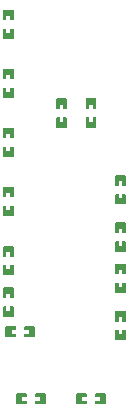
<source format=gtp>
G04 Layer: TopPasteMaskLayer*
G04 EasyEDA v6.4.25, 2022-02-03T13:57:38+11:00*
G04 a67cddfb3fce44daa9051d46cbbcc19f,10*
G04 Gerber Generator version 0.2*
G04 Scale: 100 percent, Rotated: No, Reflected: No *
G04 Dimensions in millimeters *
G04 leading zeros omitted , absolute positions ,4 integer and 5 decimal *
%FSLAX45Y45*%
%MOMM*%

%ADD10C,0.0001*%

%LPD*%
G36*
X509981Y3424478D02*
G01*
X505002Y3419500D01*
X505002Y3339490D01*
X509981Y3334512D01*
X532790Y3334512D01*
X532790Y3371494D01*
X565810Y3371494D01*
X565810Y3334512D01*
X589991Y3334512D01*
X595020Y3339490D01*
X595020Y3419500D01*
X589991Y3424478D01*
G37*
G36*
X509981Y3264509D02*
G01*
X505002Y3259480D01*
X505002Y3180486D01*
X509981Y3175508D01*
X589991Y3175508D01*
X595020Y3180486D01*
X595020Y3259480D01*
X589991Y3264509D01*
X565810Y3264509D01*
X565810Y3226511D01*
X532790Y3226511D01*
X532790Y3264509D01*
G37*
G36*
X509981Y2924505D02*
G01*
X505002Y2919476D01*
X505002Y2839516D01*
X509981Y2834487D01*
X532790Y2834487D01*
X532790Y2871520D01*
X565810Y2871520D01*
X565810Y2834487D01*
X589991Y2834487D01*
X595020Y2839516D01*
X595020Y2919476D01*
X589991Y2924505D01*
G37*
G36*
X509981Y2764485D02*
G01*
X505002Y2759506D01*
X505002Y2680512D01*
X509981Y2675483D01*
X589991Y2675483D01*
X595020Y2680512D01*
X595020Y2759506D01*
X589991Y2764485D01*
X565810Y2764485D01*
X565810Y2726486D01*
X532790Y2726486D01*
X532790Y2764485D01*
G37*
G36*
X509981Y2424480D02*
G01*
X505002Y2419502D01*
X505002Y2339492D01*
X509981Y2334514D01*
X532790Y2334514D01*
X532790Y2371496D01*
X565810Y2371496D01*
X565810Y2334514D01*
X589991Y2334514D01*
X595020Y2339492D01*
X595020Y2419502D01*
X589991Y2424480D01*
G37*
G36*
X509981Y2264511D02*
G01*
X505002Y2259482D01*
X505002Y2180488D01*
X509981Y2175510D01*
X589991Y2175510D01*
X595020Y2180488D01*
X595020Y2259482D01*
X589991Y2264511D01*
X565810Y2264511D01*
X565810Y2226513D01*
X532790Y2226513D01*
X532790Y2264511D01*
G37*
G36*
X509981Y1924507D02*
G01*
X505002Y1919478D01*
X505002Y1839518D01*
X509981Y1834489D01*
X532790Y1834489D01*
X532790Y1871522D01*
X565810Y1871522D01*
X565810Y1834489D01*
X589991Y1834489D01*
X595020Y1839518D01*
X595020Y1919478D01*
X589991Y1924507D01*
G37*
G36*
X509981Y1764487D02*
G01*
X505002Y1759508D01*
X505002Y1680514D01*
X509981Y1675485D01*
X589991Y1675485D01*
X595020Y1680514D01*
X595020Y1759508D01*
X589991Y1764487D01*
X565810Y1764487D01*
X565810Y1726488D01*
X532790Y1726488D01*
X532790Y1764487D01*
G37*
G36*
X509981Y1424482D02*
G01*
X505002Y1419504D01*
X505002Y1339494D01*
X509981Y1334516D01*
X532790Y1334516D01*
X532790Y1371498D01*
X565810Y1371498D01*
X565810Y1334516D01*
X589991Y1334516D01*
X595020Y1339494D01*
X595020Y1419504D01*
X589991Y1424482D01*
G37*
G36*
X509981Y1264513D02*
G01*
X505002Y1259484D01*
X505002Y1180490D01*
X509981Y1175512D01*
X589991Y1175512D01*
X595020Y1180490D01*
X595020Y1259484D01*
X589991Y1264513D01*
X565810Y1264513D01*
X565810Y1226515D01*
X532790Y1226515D01*
X532790Y1264513D01*
G37*
G36*
X509981Y1074521D02*
G01*
X505002Y1069492D01*
X505002Y989482D01*
X509981Y984503D01*
X532790Y984503D01*
X532790Y1021486D01*
X565810Y1021486D01*
X565810Y984503D01*
X589991Y984503D01*
X595020Y989482D01*
X595020Y1069492D01*
X589991Y1074521D01*
G37*
G36*
X509981Y914501D02*
G01*
X505002Y909523D01*
X505002Y830529D01*
X509981Y825500D01*
X589991Y825500D01*
X595020Y830529D01*
X595020Y909523D01*
X589991Y914501D01*
X565810Y914501D01*
X565810Y876503D01*
X532790Y876503D01*
X532790Y914501D01*
G37*
G36*
X530504Y744982D02*
G01*
X525475Y740003D01*
X525475Y659993D01*
X530504Y655015D01*
X610514Y655015D01*
X615492Y659993D01*
X615492Y682802D01*
X578510Y682802D01*
X578510Y715822D01*
X615492Y715822D01*
X615492Y740003D01*
X610514Y744982D01*
G37*
G36*
X690473Y744982D02*
G01*
X685495Y740003D01*
X685495Y715822D01*
X723493Y715822D01*
X723493Y682802D01*
X685495Y682802D01*
X685495Y659993D01*
X690473Y655015D01*
X769518Y655015D01*
X774496Y659993D01*
X774496Y740003D01*
X769518Y744982D01*
G37*
G36*
X1459992Y874521D02*
G01*
X1455013Y869492D01*
X1455013Y789482D01*
X1459992Y784504D01*
X1482801Y784504D01*
X1482801Y821486D01*
X1515821Y821486D01*
X1515821Y784504D01*
X1540002Y784504D01*
X1544980Y789482D01*
X1544980Y869492D01*
X1540002Y874521D01*
G37*
G36*
X1459992Y714502D02*
G01*
X1455013Y709523D01*
X1455013Y630478D01*
X1459992Y625500D01*
X1540002Y625500D01*
X1544980Y630478D01*
X1544980Y709523D01*
X1540002Y714502D01*
X1515821Y714502D01*
X1515821Y676503D01*
X1482801Y676503D01*
X1482801Y714502D01*
G37*
G36*
X1459992Y1274521D02*
G01*
X1455013Y1269492D01*
X1455013Y1189482D01*
X1459992Y1184503D01*
X1482801Y1184503D01*
X1482801Y1221486D01*
X1515821Y1221486D01*
X1515821Y1184503D01*
X1540002Y1184503D01*
X1544980Y1189482D01*
X1544980Y1269492D01*
X1540002Y1274521D01*
G37*
G36*
X1459992Y1114501D02*
G01*
X1455013Y1109522D01*
X1455013Y1030478D01*
X1459992Y1025499D01*
X1540002Y1025499D01*
X1544980Y1030478D01*
X1544980Y1109522D01*
X1540002Y1114501D01*
X1515821Y1114501D01*
X1515821Y1076502D01*
X1482801Y1076502D01*
X1482801Y1114501D01*
G37*
G36*
X1459992Y1624482D02*
G01*
X1455013Y1619504D01*
X1455013Y1539494D01*
X1459992Y1534515D01*
X1482801Y1534515D01*
X1482801Y1571498D01*
X1515821Y1571498D01*
X1515821Y1534515D01*
X1540002Y1534515D01*
X1544980Y1539494D01*
X1544980Y1619504D01*
X1540002Y1624482D01*
G37*
G36*
X1459992Y1464513D02*
G01*
X1455013Y1459484D01*
X1455013Y1380490D01*
X1459992Y1375511D01*
X1540002Y1375511D01*
X1544980Y1380490D01*
X1544980Y1459484D01*
X1540002Y1464513D01*
X1515821Y1464513D01*
X1515821Y1426514D01*
X1482801Y1426514D01*
X1482801Y1464513D01*
G37*
G36*
X1459992Y2024481D02*
G01*
X1455013Y2019503D01*
X1455013Y1939493D01*
X1459992Y1934514D01*
X1482801Y1934514D01*
X1482801Y1971497D01*
X1515821Y1971497D01*
X1515821Y1934514D01*
X1540002Y1934514D01*
X1544980Y1939493D01*
X1544980Y2019503D01*
X1540002Y2024481D01*
G37*
G36*
X1459992Y1864512D02*
G01*
X1455013Y1859483D01*
X1455013Y1780489D01*
X1459992Y1775510D01*
X1540002Y1775510D01*
X1544980Y1780489D01*
X1544980Y1859483D01*
X1540002Y1864512D01*
X1515821Y1864512D01*
X1515821Y1826514D01*
X1482801Y1826514D01*
X1482801Y1864512D01*
G37*
G36*
X960018Y2674518D02*
G01*
X954989Y2669489D01*
X954989Y2589479D01*
X960018Y2584500D01*
X982776Y2584500D01*
X982776Y2621483D01*
X1015796Y2621483D01*
X1015796Y2584500D01*
X1040028Y2584500D01*
X1045006Y2589479D01*
X1045006Y2669489D01*
X1040028Y2674518D01*
G37*
G36*
X960018Y2514498D02*
G01*
X954989Y2509520D01*
X954989Y2430526D01*
X960018Y2425496D01*
X1040028Y2425496D01*
X1045006Y2430526D01*
X1045006Y2509520D01*
X1040028Y2514498D01*
X1015796Y2514498D01*
X1015796Y2476500D01*
X982776Y2476500D01*
X982776Y2514498D01*
G37*
G36*
X1210005Y2674518D02*
G01*
X1204976Y2669489D01*
X1204976Y2589479D01*
X1210005Y2584500D01*
X1232814Y2584500D01*
X1232814Y2621483D01*
X1265783Y2621483D01*
X1265783Y2584500D01*
X1290015Y2584500D01*
X1294993Y2589479D01*
X1294993Y2669489D01*
X1290015Y2674518D01*
G37*
G36*
X1210005Y2514498D02*
G01*
X1204976Y2509520D01*
X1204976Y2430526D01*
X1210005Y2425496D01*
X1290015Y2425496D01*
X1294993Y2430526D01*
X1294993Y2509520D01*
X1290015Y2514498D01*
X1265783Y2514498D01*
X1265783Y2476500D01*
X1232814Y2476500D01*
X1232814Y2514498D01*
G37*
G36*
X781507Y175006D02*
G01*
X776478Y169976D01*
X776478Y147218D01*
X813511Y147218D01*
X813511Y114198D01*
X776478Y114198D01*
X776478Y90017D01*
X781507Y84988D01*
X861517Y84988D01*
X866495Y90017D01*
X866495Y169976D01*
X861517Y175006D01*
G37*
G36*
X622503Y175006D02*
G01*
X617524Y169976D01*
X617524Y90017D01*
X622503Y84988D01*
X701497Y84988D01*
X706526Y90017D01*
X706526Y114198D01*
X668477Y114198D01*
X668477Y147218D01*
X706526Y147218D01*
X706526Y169976D01*
X701497Y175006D01*
G37*
G36*
X1289507Y175006D02*
G01*
X1284478Y169976D01*
X1284478Y147218D01*
X1321511Y147218D01*
X1321511Y114198D01*
X1284478Y114198D01*
X1284478Y90017D01*
X1289507Y84988D01*
X1369517Y84988D01*
X1374495Y90017D01*
X1374495Y169976D01*
X1369517Y175006D01*
G37*
G36*
X1130503Y175006D02*
G01*
X1125524Y169976D01*
X1125524Y90017D01*
X1130503Y84988D01*
X1209497Y84988D01*
X1214526Y90017D01*
X1214526Y114198D01*
X1176477Y114198D01*
X1176477Y147218D01*
X1214526Y147218D01*
X1214526Y169976D01*
X1209497Y175006D01*
G37*
M02*

</source>
